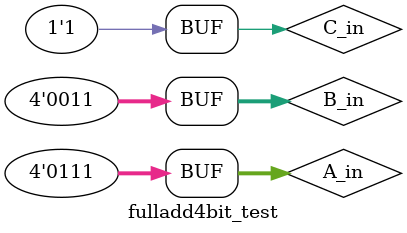
<source format=v>
module fulladd4bit_test;

	// Inputs
	reg [3:0] A_in;
	reg [3:0] B_in;
	reg C_in;

	// Outputs
	wire C_out;
	wire [3:0] S_out;

	// Instantiate the Unit Under Test (UUT)
	fulladd4bit uut (
		.A_in(A_in), 
		.B_in(B_in), 
		.C_in(C_in), 
		.C_out(C_out), 
		.S_out(S_out)
	);

	initial begin
	A_in = 0;
	B_in = 0;
	C_in = 0;
	
	#100;	
	A_in = 4;
	B_in = 3;
	
	#100;	
	A_in = 2;
	B_in = 3;
	C_in = 1;
	
	#100;	
	A_in = 7;
	
	end
      
endmodule


</source>
